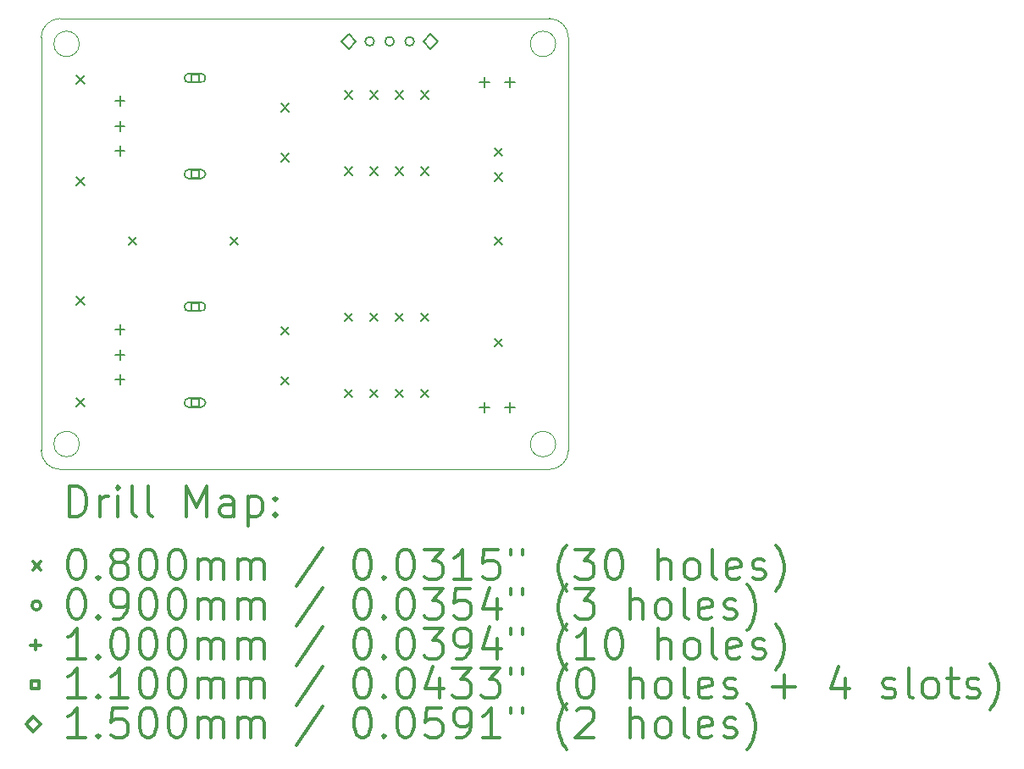
<source format=gbr>
%FSLAX45Y45*%
G04 Gerber Fmt 4.5, Leading zero omitted, Abs format (unit mm)*
G04 Created by KiCad (PCBNEW 5.1.10-88a1d61d58~88~ubuntu20.04.1) date 2021-07-14 14:10:29*
%MOMM*%
%LPD*%
G01*
G04 APERTURE LIST*
%TA.AperFunction,Profile*%
%ADD10C,0.050000*%
%TD*%
%ADD11C,0.200000*%
%ADD12C,0.300000*%
G04 APERTURE END LIST*
D10*
X8890000Y-14287500D02*
G75*
G02*
X8699500Y-14097000I0J190500D01*
G01*
X9080500Y-14033500D02*
G75*
G03*
X9080500Y-14033500I-127000J0D01*
G01*
X13970000Y-14097000D02*
G75*
G02*
X13779500Y-14287500I-190500J0D01*
G01*
X13843000Y-14033500D02*
G75*
G03*
X13843000Y-14033500I-127000J0D01*
G01*
X13779500Y-9779000D02*
G75*
G02*
X13970000Y-9969500I0J-190500D01*
G01*
X13843000Y-10033000D02*
G75*
G03*
X13843000Y-10033000I-127000J0D01*
G01*
X8699500Y-9969500D02*
G75*
G02*
X8890000Y-9779000I190500J0D01*
G01*
X9080500Y-10033000D02*
G75*
G03*
X9080500Y-10033000I-127000J0D01*
G01*
X8699500Y-14097000D02*
X8699500Y-9969500D01*
X13779500Y-14287500D02*
X8890000Y-14287500D01*
X13970000Y-9969500D02*
X13970000Y-14097000D01*
X8890000Y-9779000D02*
X13779500Y-9779000D01*
D11*
X9053200Y-10348600D02*
X9133200Y-10428600D01*
X9133200Y-10348600D02*
X9053200Y-10428600D01*
X9053200Y-11364600D02*
X9133200Y-11444600D01*
X9133200Y-11364600D02*
X9053200Y-11444600D01*
X9053200Y-12558400D02*
X9133200Y-12638400D01*
X9133200Y-12558400D02*
X9053200Y-12638400D01*
X9053200Y-13574400D02*
X9133200Y-13654400D01*
X9133200Y-13574400D02*
X9053200Y-13654400D01*
X9573900Y-11961500D02*
X9653900Y-12041500D01*
X9653900Y-11961500D02*
X9573900Y-12041500D01*
X10589900Y-11961500D02*
X10669900Y-12041500D01*
X10669900Y-11961500D02*
X10589900Y-12041500D01*
X11097900Y-10628000D02*
X11177900Y-10708000D01*
X11177900Y-10628000D02*
X11097900Y-10708000D01*
X11097900Y-11128000D02*
X11177900Y-11208000D01*
X11177900Y-11128000D02*
X11097900Y-11208000D01*
X11097900Y-12858500D02*
X11177900Y-12938500D01*
X11177900Y-12858500D02*
X11097900Y-12938500D01*
X11097900Y-13358500D02*
X11177900Y-13438500D01*
X11177900Y-13358500D02*
X11097900Y-13438500D01*
X11732900Y-10501000D02*
X11812900Y-10581000D01*
X11812900Y-10501000D02*
X11732900Y-10581000D01*
X11732900Y-11263000D02*
X11812900Y-11343000D01*
X11812900Y-11263000D02*
X11732900Y-11343000D01*
X11732900Y-12723500D02*
X11812900Y-12803500D01*
X11812900Y-12723500D02*
X11732900Y-12803500D01*
X11732900Y-13485500D02*
X11812900Y-13565500D01*
X11812900Y-13485500D02*
X11732900Y-13565500D01*
X11986900Y-10501000D02*
X12066900Y-10581000D01*
X12066900Y-10501000D02*
X11986900Y-10581000D01*
X11986900Y-11263000D02*
X12066900Y-11343000D01*
X12066900Y-11263000D02*
X11986900Y-11343000D01*
X11986900Y-12723500D02*
X12066900Y-12803500D01*
X12066900Y-12723500D02*
X11986900Y-12803500D01*
X11986900Y-13485500D02*
X12066900Y-13565500D01*
X12066900Y-13485500D02*
X11986900Y-13565500D01*
X12240900Y-10501000D02*
X12320900Y-10581000D01*
X12320900Y-10501000D02*
X12240900Y-10581000D01*
X12240900Y-11263000D02*
X12320900Y-11343000D01*
X12320900Y-11263000D02*
X12240900Y-11343000D01*
X12240900Y-12723500D02*
X12320900Y-12803500D01*
X12320900Y-12723500D02*
X12240900Y-12803500D01*
X12240900Y-13485500D02*
X12320900Y-13565500D01*
X12320900Y-13485500D02*
X12240900Y-13565500D01*
X12494900Y-10501000D02*
X12574900Y-10581000D01*
X12574900Y-10501000D02*
X12494900Y-10581000D01*
X12494900Y-11263000D02*
X12574900Y-11343000D01*
X12574900Y-11263000D02*
X12494900Y-11343000D01*
X12494900Y-12723500D02*
X12574900Y-12803500D01*
X12574900Y-12723500D02*
X12494900Y-12803500D01*
X12494900Y-13485500D02*
X12574900Y-13565500D01*
X12574900Y-13485500D02*
X12494900Y-13565500D01*
X13231500Y-11072500D02*
X13311500Y-11152500D01*
X13311500Y-11072500D02*
X13231500Y-11152500D01*
X13231500Y-11322500D02*
X13311500Y-11402500D01*
X13311500Y-11322500D02*
X13231500Y-11402500D01*
X13231500Y-11961500D02*
X13311500Y-12041500D01*
X13311500Y-11961500D02*
X13231500Y-12041500D01*
X13231500Y-12977500D02*
X13311500Y-13057500D01*
X13311500Y-12977500D02*
X13231500Y-13057500D01*
X12027500Y-10007600D02*
G75*
G03*
X12027500Y-10007600I-45000J0D01*
G01*
X12227500Y-10007600D02*
G75*
G03*
X12227500Y-10007600I-45000J0D01*
G01*
X12427500Y-10007600D02*
G75*
G03*
X12427500Y-10007600I-45000J0D01*
G01*
X9486900Y-10554500D02*
X9486900Y-10654500D01*
X9436900Y-10604500D02*
X9536900Y-10604500D01*
X9486900Y-10804500D02*
X9486900Y-10904500D01*
X9436900Y-10854500D02*
X9536900Y-10854500D01*
X9486900Y-11054500D02*
X9486900Y-11154500D01*
X9436900Y-11104500D02*
X9536900Y-11104500D01*
X9486900Y-12840500D02*
X9486900Y-12940500D01*
X9436900Y-12890500D02*
X9536900Y-12890500D01*
X9486900Y-13090500D02*
X9486900Y-13190500D01*
X9436900Y-13140500D02*
X9536900Y-13140500D01*
X9486900Y-13340500D02*
X9486900Y-13440500D01*
X9436900Y-13390500D02*
X9536900Y-13390500D01*
X13131800Y-10364000D02*
X13131800Y-10464000D01*
X13081800Y-10414000D02*
X13181800Y-10414000D01*
X13131800Y-13615200D02*
X13131800Y-13715200D01*
X13081800Y-13665200D02*
X13181800Y-13665200D01*
X13385800Y-10364000D02*
X13385800Y-10464000D01*
X13335800Y-10414000D02*
X13435800Y-10414000D01*
X13385800Y-13615200D02*
X13385800Y-13715200D01*
X13335800Y-13665200D02*
X13435800Y-13665200D01*
X10275791Y-10413391D02*
X10275791Y-10335609D01*
X10198009Y-10335609D01*
X10198009Y-10413391D01*
X10275791Y-10413391D01*
X10176900Y-10419500D02*
X10296900Y-10419500D01*
X10176900Y-10329500D02*
X10296900Y-10329500D01*
X10296900Y-10419500D02*
G75*
G03*
X10296900Y-10329500I0J45000D01*
G01*
X10176900Y-10329500D02*
G75*
G03*
X10176900Y-10419500I0J-45000D01*
G01*
X10275791Y-11373391D02*
X10275791Y-11295609D01*
X10198009Y-11295609D01*
X10198009Y-11373391D01*
X10275791Y-11373391D01*
X10176900Y-11379500D02*
X10296900Y-11379500D01*
X10176900Y-11289500D02*
X10296900Y-11289500D01*
X10296900Y-11379500D02*
G75*
G03*
X10296900Y-11289500I0J45000D01*
G01*
X10176900Y-11289500D02*
G75*
G03*
X10176900Y-11379500I0J-45000D01*
G01*
X10275791Y-12699391D02*
X10275791Y-12621609D01*
X10198009Y-12621609D01*
X10198009Y-12699391D01*
X10275791Y-12699391D01*
X10176900Y-12705500D02*
X10296900Y-12705500D01*
X10176900Y-12615500D02*
X10296900Y-12615500D01*
X10296900Y-12705500D02*
G75*
G03*
X10296900Y-12615500I0J45000D01*
G01*
X10176900Y-12615500D02*
G75*
G03*
X10176900Y-12705500I0J-45000D01*
G01*
X10275791Y-13659391D02*
X10275791Y-13581609D01*
X10198009Y-13581609D01*
X10198009Y-13659391D01*
X10275791Y-13659391D01*
X10176900Y-13665500D02*
X10296900Y-13665500D01*
X10176900Y-13575500D02*
X10296900Y-13575500D01*
X10296900Y-13665500D02*
G75*
G03*
X10296900Y-13575500I0J45000D01*
G01*
X10176900Y-13575500D02*
G75*
G03*
X10176900Y-13665500I0J-45000D01*
G01*
X11772500Y-10082600D02*
X11847500Y-10007600D01*
X11772500Y-9932600D01*
X11697500Y-10007600D01*
X11772500Y-10082600D01*
X12592500Y-10082600D02*
X12667500Y-10007600D01*
X12592500Y-9932600D01*
X12517500Y-10007600D01*
X12592500Y-10082600D01*
D12*
X8983428Y-14755714D02*
X8983428Y-14455714D01*
X9054857Y-14455714D01*
X9097714Y-14470000D01*
X9126286Y-14498571D01*
X9140571Y-14527143D01*
X9154857Y-14584286D01*
X9154857Y-14627143D01*
X9140571Y-14684286D01*
X9126286Y-14712857D01*
X9097714Y-14741429D01*
X9054857Y-14755714D01*
X8983428Y-14755714D01*
X9283428Y-14755714D02*
X9283428Y-14555714D01*
X9283428Y-14612857D02*
X9297714Y-14584286D01*
X9312000Y-14570000D01*
X9340571Y-14555714D01*
X9369143Y-14555714D01*
X9469143Y-14755714D02*
X9469143Y-14555714D01*
X9469143Y-14455714D02*
X9454857Y-14470000D01*
X9469143Y-14484286D01*
X9483428Y-14470000D01*
X9469143Y-14455714D01*
X9469143Y-14484286D01*
X9654857Y-14755714D02*
X9626286Y-14741429D01*
X9612000Y-14712857D01*
X9612000Y-14455714D01*
X9812000Y-14755714D02*
X9783428Y-14741429D01*
X9769143Y-14712857D01*
X9769143Y-14455714D01*
X10154857Y-14755714D02*
X10154857Y-14455714D01*
X10254857Y-14670000D01*
X10354857Y-14455714D01*
X10354857Y-14755714D01*
X10626286Y-14755714D02*
X10626286Y-14598571D01*
X10612000Y-14570000D01*
X10583428Y-14555714D01*
X10526286Y-14555714D01*
X10497714Y-14570000D01*
X10626286Y-14741429D02*
X10597714Y-14755714D01*
X10526286Y-14755714D01*
X10497714Y-14741429D01*
X10483428Y-14712857D01*
X10483428Y-14684286D01*
X10497714Y-14655714D01*
X10526286Y-14641429D01*
X10597714Y-14641429D01*
X10626286Y-14627143D01*
X10769143Y-14555714D02*
X10769143Y-14855714D01*
X10769143Y-14570000D02*
X10797714Y-14555714D01*
X10854857Y-14555714D01*
X10883428Y-14570000D01*
X10897714Y-14584286D01*
X10912000Y-14612857D01*
X10912000Y-14698571D01*
X10897714Y-14727143D01*
X10883428Y-14741429D01*
X10854857Y-14755714D01*
X10797714Y-14755714D01*
X10769143Y-14741429D01*
X11040571Y-14727143D02*
X11054857Y-14741429D01*
X11040571Y-14755714D01*
X11026286Y-14741429D01*
X11040571Y-14727143D01*
X11040571Y-14755714D01*
X11040571Y-14570000D02*
X11054857Y-14584286D01*
X11040571Y-14598571D01*
X11026286Y-14584286D01*
X11040571Y-14570000D01*
X11040571Y-14598571D01*
X8617000Y-15210000D02*
X8697000Y-15290000D01*
X8697000Y-15210000D02*
X8617000Y-15290000D01*
X9040571Y-15085714D02*
X9069143Y-15085714D01*
X9097714Y-15100000D01*
X9112000Y-15114286D01*
X9126286Y-15142857D01*
X9140571Y-15200000D01*
X9140571Y-15271429D01*
X9126286Y-15328571D01*
X9112000Y-15357143D01*
X9097714Y-15371429D01*
X9069143Y-15385714D01*
X9040571Y-15385714D01*
X9012000Y-15371429D01*
X8997714Y-15357143D01*
X8983428Y-15328571D01*
X8969143Y-15271429D01*
X8969143Y-15200000D01*
X8983428Y-15142857D01*
X8997714Y-15114286D01*
X9012000Y-15100000D01*
X9040571Y-15085714D01*
X9269143Y-15357143D02*
X9283428Y-15371429D01*
X9269143Y-15385714D01*
X9254857Y-15371429D01*
X9269143Y-15357143D01*
X9269143Y-15385714D01*
X9454857Y-15214286D02*
X9426286Y-15200000D01*
X9412000Y-15185714D01*
X9397714Y-15157143D01*
X9397714Y-15142857D01*
X9412000Y-15114286D01*
X9426286Y-15100000D01*
X9454857Y-15085714D01*
X9512000Y-15085714D01*
X9540571Y-15100000D01*
X9554857Y-15114286D01*
X9569143Y-15142857D01*
X9569143Y-15157143D01*
X9554857Y-15185714D01*
X9540571Y-15200000D01*
X9512000Y-15214286D01*
X9454857Y-15214286D01*
X9426286Y-15228571D01*
X9412000Y-15242857D01*
X9397714Y-15271429D01*
X9397714Y-15328571D01*
X9412000Y-15357143D01*
X9426286Y-15371429D01*
X9454857Y-15385714D01*
X9512000Y-15385714D01*
X9540571Y-15371429D01*
X9554857Y-15357143D01*
X9569143Y-15328571D01*
X9569143Y-15271429D01*
X9554857Y-15242857D01*
X9540571Y-15228571D01*
X9512000Y-15214286D01*
X9754857Y-15085714D02*
X9783428Y-15085714D01*
X9812000Y-15100000D01*
X9826286Y-15114286D01*
X9840571Y-15142857D01*
X9854857Y-15200000D01*
X9854857Y-15271429D01*
X9840571Y-15328571D01*
X9826286Y-15357143D01*
X9812000Y-15371429D01*
X9783428Y-15385714D01*
X9754857Y-15385714D01*
X9726286Y-15371429D01*
X9712000Y-15357143D01*
X9697714Y-15328571D01*
X9683428Y-15271429D01*
X9683428Y-15200000D01*
X9697714Y-15142857D01*
X9712000Y-15114286D01*
X9726286Y-15100000D01*
X9754857Y-15085714D01*
X10040571Y-15085714D02*
X10069143Y-15085714D01*
X10097714Y-15100000D01*
X10112000Y-15114286D01*
X10126286Y-15142857D01*
X10140571Y-15200000D01*
X10140571Y-15271429D01*
X10126286Y-15328571D01*
X10112000Y-15357143D01*
X10097714Y-15371429D01*
X10069143Y-15385714D01*
X10040571Y-15385714D01*
X10012000Y-15371429D01*
X9997714Y-15357143D01*
X9983428Y-15328571D01*
X9969143Y-15271429D01*
X9969143Y-15200000D01*
X9983428Y-15142857D01*
X9997714Y-15114286D01*
X10012000Y-15100000D01*
X10040571Y-15085714D01*
X10269143Y-15385714D02*
X10269143Y-15185714D01*
X10269143Y-15214286D02*
X10283428Y-15200000D01*
X10312000Y-15185714D01*
X10354857Y-15185714D01*
X10383428Y-15200000D01*
X10397714Y-15228571D01*
X10397714Y-15385714D01*
X10397714Y-15228571D02*
X10412000Y-15200000D01*
X10440571Y-15185714D01*
X10483428Y-15185714D01*
X10512000Y-15200000D01*
X10526286Y-15228571D01*
X10526286Y-15385714D01*
X10669143Y-15385714D02*
X10669143Y-15185714D01*
X10669143Y-15214286D02*
X10683428Y-15200000D01*
X10712000Y-15185714D01*
X10754857Y-15185714D01*
X10783428Y-15200000D01*
X10797714Y-15228571D01*
X10797714Y-15385714D01*
X10797714Y-15228571D02*
X10812000Y-15200000D01*
X10840571Y-15185714D01*
X10883428Y-15185714D01*
X10912000Y-15200000D01*
X10926286Y-15228571D01*
X10926286Y-15385714D01*
X11512000Y-15071429D02*
X11254857Y-15457143D01*
X11897714Y-15085714D02*
X11926286Y-15085714D01*
X11954857Y-15100000D01*
X11969143Y-15114286D01*
X11983428Y-15142857D01*
X11997714Y-15200000D01*
X11997714Y-15271429D01*
X11983428Y-15328571D01*
X11969143Y-15357143D01*
X11954857Y-15371429D01*
X11926286Y-15385714D01*
X11897714Y-15385714D01*
X11869143Y-15371429D01*
X11854857Y-15357143D01*
X11840571Y-15328571D01*
X11826286Y-15271429D01*
X11826286Y-15200000D01*
X11840571Y-15142857D01*
X11854857Y-15114286D01*
X11869143Y-15100000D01*
X11897714Y-15085714D01*
X12126286Y-15357143D02*
X12140571Y-15371429D01*
X12126286Y-15385714D01*
X12112000Y-15371429D01*
X12126286Y-15357143D01*
X12126286Y-15385714D01*
X12326286Y-15085714D02*
X12354857Y-15085714D01*
X12383428Y-15100000D01*
X12397714Y-15114286D01*
X12412000Y-15142857D01*
X12426286Y-15200000D01*
X12426286Y-15271429D01*
X12412000Y-15328571D01*
X12397714Y-15357143D01*
X12383428Y-15371429D01*
X12354857Y-15385714D01*
X12326286Y-15385714D01*
X12297714Y-15371429D01*
X12283428Y-15357143D01*
X12269143Y-15328571D01*
X12254857Y-15271429D01*
X12254857Y-15200000D01*
X12269143Y-15142857D01*
X12283428Y-15114286D01*
X12297714Y-15100000D01*
X12326286Y-15085714D01*
X12526286Y-15085714D02*
X12712000Y-15085714D01*
X12612000Y-15200000D01*
X12654857Y-15200000D01*
X12683428Y-15214286D01*
X12697714Y-15228571D01*
X12712000Y-15257143D01*
X12712000Y-15328571D01*
X12697714Y-15357143D01*
X12683428Y-15371429D01*
X12654857Y-15385714D01*
X12569143Y-15385714D01*
X12540571Y-15371429D01*
X12526286Y-15357143D01*
X12997714Y-15385714D02*
X12826286Y-15385714D01*
X12912000Y-15385714D02*
X12912000Y-15085714D01*
X12883428Y-15128571D01*
X12854857Y-15157143D01*
X12826286Y-15171429D01*
X13269143Y-15085714D02*
X13126286Y-15085714D01*
X13112000Y-15228571D01*
X13126286Y-15214286D01*
X13154857Y-15200000D01*
X13226286Y-15200000D01*
X13254857Y-15214286D01*
X13269143Y-15228571D01*
X13283428Y-15257143D01*
X13283428Y-15328571D01*
X13269143Y-15357143D01*
X13254857Y-15371429D01*
X13226286Y-15385714D01*
X13154857Y-15385714D01*
X13126286Y-15371429D01*
X13112000Y-15357143D01*
X13397714Y-15085714D02*
X13397714Y-15142857D01*
X13512000Y-15085714D02*
X13512000Y-15142857D01*
X13954857Y-15500000D02*
X13940571Y-15485714D01*
X13912000Y-15442857D01*
X13897714Y-15414286D01*
X13883428Y-15371429D01*
X13869143Y-15300000D01*
X13869143Y-15242857D01*
X13883428Y-15171429D01*
X13897714Y-15128571D01*
X13912000Y-15100000D01*
X13940571Y-15057143D01*
X13954857Y-15042857D01*
X14040571Y-15085714D02*
X14226286Y-15085714D01*
X14126286Y-15200000D01*
X14169143Y-15200000D01*
X14197714Y-15214286D01*
X14212000Y-15228571D01*
X14226286Y-15257143D01*
X14226286Y-15328571D01*
X14212000Y-15357143D01*
X14197714Y-15371429D01*
X14169143Y-15385714D01*
X14083428Y-15385714D01*
X14054857Y-15371429D01*
X14040571Y-15357143D01*
X14412000Y-15085714D02*
X14440571Y-15085714D01*
X14469143Y-15100000D01*
X14483428Y-15114286D01*
X14497714Y-15142857D01*
X14512000Y-15200000D01*
X14512000Y-15271429D01*
X14497714Y-15328571D01*
X14483428Y-15357143D01*
X14469143Y-15371429D01*
X14440571Y-15385714D01*
X14412000Y-15385714D01*
X14383428Y-15371429D01*
X14369143Y-15357143D01*
X14354857Y-15328571D01*
X14340571Y-15271429D01*
X14340571Y-15200000D01*
X14354857Y-15142857D01*
X14369143Y-15114286D01*
X14383428Y-15100000D01*
X14412000Y-15085714D01*
X14869143Y-15385714D02*
X14869143Y-15085714D01*
X14997714Y-15385714D02*
X14997714Y-15228571D01*
X14983428Y-15200000D01*
X14954857Y-15185714D01*
X14912000Y-15185714D01*
X14883428Y-15200000D01*
X14869143Y-15214286D01*
X15183428Y-15385714D02*
X15154857Y-15371429D01*
X15140571Y-15357143D01*
X15126286Y-15328571D01*
X15126286Y-15242857D01*
X15140571Y-15214286D01*
X15154857Y-15200000D01*
X15183428Y-15185714D01*
X15226286Y-15185714D01*
X15254857Y-15200000D01*
X15269143Y-15214286D01*
X15283428Y-15242857D01*
X15283428Y-15328571D01*
X15269143Y-15357143D01*
X15254857Y-15371429D01*
X15226286Y-15385714D01*
X15183428Y-15385714D01*
X15454857Y-15385714D02*
X15426286Y-15371429D01*
X15412000Y-15342857D01*
X15412000Y-15085714D01*
X15683428Y-15371429D02*
X15654857Y-15385714D01*
X15597714Y-15385714D01*
X15569143Y-15371429D01*
X15554857Y-15342857D01*
X15554857Y-15228571D01*
X15569143Y-15200000D01*
X15597714Y-15185714D01*
X15654857Y-15185714D01*
X15683428Y-15200000D01*
X15697714Y-15228571D01*
X15697714Y-15257143D01*
X15554857Y-15285714D01*
X15812000Y-15371429D02*
X15840571Y-15385714D01*
X15897714Y-15385714D01*
X15926286Y-15371429D01*
X15940571Y-15342857D01*
X15940571Y-15328571D01*
X15926286Y-15300000D01*
X15897714Y-15285714D01*
X15854857Y-15285714D01*
X15826286Y-15271429D01*
X15812000Y-15242857D01*
X15812000Y-15228571D01*
X15826286Y-15200000D01*
X15854857Y-15185714D01*
X15897714Y-15185714D01*
X15926286Y-15200000D01*
X16040571Y-15500000D02*
X16054857Y-15485714D01*
X16083428Y-15442857D01*
X16097714Y-15414286D01*
X16112000Y-15371429D01*
X16126286Y-15300000D01*
X16126286Y-15242857D01*
X16112000Y-15171429D01*
X16097714Y-15128571D01*
X16083428Y-15100000D01*
X16054857Y-15057143D01*
X16040571Y-15042857D01*
X8697000Y-15646000D02*
G75*
G03*
X8697000Y-15646000I-45000J0D01*
G01*
X9040571Y-15481714D02*
X9069143Y-15481714D01*
X9097714Y-15496000D01*
X9112000Y-15510286D01*
X9126286Y-15538857D01*
X9140571Y-15596000D01*
X9140571Y-15667429D01*
X9126286Y-15724571D01*
X9112000Y-15753143D01*
X9097714Y-15767429D01*
X9069143Y-15781714D01*
X9040571Y-15781714D01*
X9012000Y-15767429D01*
X8997714Y-15753143D01*
X8983428Y-15724571D01*
X8969143Y-15667429D01*
X8969143Y-15596000D01*
X8983428Y-15538857D01*
X8997714Y-15510286D01*
X9012000Y-15496000D01*
X9040571Y-15481714D01*
X9269143Y-15753143D02*
X9283428Y-15767429D01*
X9269143Y-15781714D01*
X9254857Y-15767429D01*
X9269143Y-15753143D01*
X9269143Y-15781714D01*
X9426286Y-15781714D02*
X9483428Y-15781714D01*
X9512000Y-15767429D01*
X9526286Y-15753143D01*
X9554857Y-15710286D01*
X9569143Y-15653143D01*
X9569143Y-15538857D01*
X9554857Y-15510286D01*
X9540571Y-15496000D01*
X9512000Y-15481714D01*
X9454857Y-15481714D01*
X9426286Y-15496000D01*
X9412000Y-15510286D01*
X9397714Y-15538857D01*
X9397714Y-15610286D01*
X9412000Y-15638857D01*
X9426286Y-15653143D01*
X9454857Y-15667429D01*
X9512000Y-15667429D01*
X9540571Y-15653143D01*
X9554857Y-15638857D01*
X9569143Y-15610286D01*
X9754857Y-15481714D02*
X9783428Y-15481714D01*
X9812000Y-15496000D01*
X9826286Y-15510286D01*
X9840571Y-15538857D01*
X9854857Y-15596000D01*
X9854857Y-15667429D01*
X9840571Y-15724571D01*
X9826286Y-15753143D01*
X9812000Y-15767429D01*
X9783428Y-15781714D01*
X9754857Y-15781714D01*
X9726286Y-15767429D01*
X9712000Y-15753143D01*
X9697714Y-15724571D01*
X9683428Y-15667429D01*
X9683428Y-15596000D01*
X9697714Y-15538857D01*
X9712000Y-15510286D01*
X9726286Y-15496000D01*
X9754857Y-15481714D01*
X10040571Y-15481714D02*
X10069143Y-15481714D01*
X10097714Y-15496000D01*
X10112000Y-15510286D01*
X10126286Y-15538857D01*
X10140571Y-15596000D01*
X10140571Y-15667429D01*
X10126286Y-15724571D01*
X10112000Y-15753143D01*
X10097714Y-15767429D01*
X10069143Y-15781714D01*
X10040571Y-15781714D01*
X10012000Y-15767429D01*
X9997714Y-15753143D01*
X9983428Y-15724571D01*
X9969143Y-15667429D01*
X9969143Y-15596000D01*
X9983428Y-15538857D01*
X9997714Y-15510286D01*
X10012000Y-15496000D01*
X10040571Y-15481714D01*
X10269143Y-15781714D02*
X10269143Y-15581714D01*
X10269143Y-15610286D02*
X10283428Y-15596000D01*
X10312000Y-15581714D01*
X10354857Y-15581714D01*
X10383428Y-15596000D01*
X10397714Y-15624571D01*
X10397714Y-15781714D01*
X10397714Y-15624571D02*
X10412000Y-15596000D01*
X10440571Y-15581714D01*
X10483428Y-15581714D01*
X10512000Y-15596000D01*
X10526286Y-15624571D01*
X10526286Y-15781714D01*
X10669143Y-15781714D02*
X10669143Y-15581714D01*
X10669143Y-15610286D02*
X10683428Y-15596000D01*
X10712000Y-15581714D01*
X10754857Y-15581714D01*
X10783428Y-15596000D01*
X10797714Y-15624571D01*
X10797714Y-15781714D01*
X10797714Y-15624571D02*
X10812000Y-15596000D01*
X10840571Y-15581714D01*
X10883428Y-15581714D01*
X10912000Y-15596000D01*
X10926286Y-15624571D01*
X10926286Y-15781714D01*
X11512000Y-15467429D02*
X11254857Y-15853143D01*
X11897714Y-15481714D02*
X11926286Y-15481714D01*
X11954857Y-15496000D01*
X11969143Y-15510286D01*
X11983428Y-15538857D01*
X11997714Y-15596000D01*
X11997714Y-15667429D01*
X11983428Y-15724571D01*
X11969143Y-15753143D01*
X11954857Y-15767429D01*
X11926286Y-15781714D01*
X11897714Y-15781714D01*
X11869143Y-15767429D01*
X11854857Y-15753143D01*
X11840571Y-15724571D01*
X11826286Y-15667429D01*
X11826286Y-15596000D01*
X11840571Y-15538857D01*
X11854857Y-15510286D01*
X11869143Y-15496000D01*
X11897714Y-15481714D01*
X12126286Y-15753143D02*
X12140571Y-15767429D01*
X12126286Y-15781714D01*
X12112000Y-15767429D01*
X12126286Y-15753143D01*
X12126286Y-15781714D01*
X12326286Y-15481714D02*
X12354857Y-15481714D01*
X12383428Y-15496000D01*
X12397714Y-15510286D01*
X12412000Y-15538857D01*
X12426286Y-15596000D01*
X12426286Y-15667429D01*
X12412000Y-15724571D01*
X12397714Y-15753143D01*
X12383428Y-15767429D01*
X12354857Y-15781714D01*
X12326286Y-15781714D01*
X12297714Y-15767429D01*
X12283428Y-15753143D01*
X12269143Y-15724571D01*
X12254857Y-15667429D01*
X12254857Y-15596000D01*
X12269143Y-15538857D01*
X12283428Y-15510286D01*
X12297714Y-15496000D01*
X12326286Y-15481714D01*
X12526286Y-15481714D02*
X12712000Y-15481714D01*
X12612000Y-15596000D01*
X12654857Y-15596000D01*
X12683428Y-15610286D01*
X12697714Y-15624571D01*
X12712000Y-15653143D01*
X12712000Y-15724571D01*
X12697714Y-15753143D01*
X12683428Y-15767429D01*
X12654857Y-15781714D01*
X12569143Y-15781714D01*
X12540571Y-15767429D01*
X12526286Y-15753143D01*
X12983428Y-15481714D02*
X12840571Y-15481714D01*
X12826286Y-15624571D01*
X12840571Y-15610286D01*
X12869143Y-15596000D01*
X12940571Y-15596000D01*
X12969143Y-15610286D01*
X12983428Y-15624571D01*
X12997714Y-15653143D01*
X12997714Y-15724571D01*
X12983428Y-15753143D01*
X12969143Y-15767429D01*
X12940571Y-15781714D01*
X12869143Y-15781714D01*
X12840571Y-15767429D01*
X12826286Y-15753143D01*
X13254857Y-15581714D02*
X13254857Y-15781714D01*
X13183428Y-15467429D02*
X13112000Y-15681714D01*
X13297714Y-15681714D01*
X13397714Y-15481714D02*
X13397714Y-15538857D01*
X13512000Y-15481714D02*
X13512000Y-15538857D01*
X13954857Y-15896000D02*
X13940571Y-15881714D01*
X13912000Y-15838857D01*
X13897714Y-15810286D01*
X13883428Y-15767429D01*
X13869143Y-15696000D01*
X13869143Y-15638857D01*
X13883428Y-15567429D01*
X13897714Y-15524571D01*
X13912000Y-15496000D01*
X13940571Y-15453143D01*
X13954857Y-15438857D01*
X14040571Y-15481714D02*
X14226286Y-15481714D01*
X14126286Y-15596000D01*
X14169143Y-15596000D01*
X14197714Y-15610286D01*
X14212000Y-15624571D01*
X14226286Y-15653143D01*
X14226286Y-15724571D01*
X14212000Y-15753143D01*
X14197714Y-15767429D01*
X14169143Y-15781714D01*
X14083428Y-15781714D01*
X14054857Y-15767429D01*
X14040571Y-15753143D01*
X14583428Y-15781714D02*
X14583428Y-15481714D01*
X14712000Y-15781714D02*
X14712000Y-15624571D01*
X14697714Y-15596000D01*
X14669143Y-15581714D01*
X14626286Y-15581714D01*
X14597714Y-15596000D01*
X14583428Y-15610286D01*
X14897714Y-15781714D02*
X14869143Y-15767429D01*
X14854857Y-15753143D01*
X14840571Y-15724571D01*
X14840571Y-15638857D01*
X14854857Y-15610286D01*
X14869143Y-15596000D01*
X14897714Y-15581714D01*
X14940571Y-15581714D01*
X14969143Y-15596000D01*
X14983428Y-15610286D01*
X14997714Y-15638857D01*
X14997714Y-15724571D01*
X14983428Y-15753143D01*
X14969143Y-15767429D01*
X14940571Y-15781714D01*
X14897714Y-15781714D01*
X15169143Y-15781714D02*
X15140571Y-15767429D01*
X15126286Y-15738857D01*
X15126286Y-15481714D01*
X15397714Y-15767429D02*
X15369143Y-15781714D01*
X15312000Y-15781714D01*
X15283428Y-15767429D01*
X15269143Y-15738857D01*
X15269143Y-15624571D01*
X15283428Y-15596000D01*
X15312000Y-15581714D01*
X15369143Y-15581714D01*
X15397714Y-15596000D01*
X15412000Y-15624571D01*
X15412000Y-15653143D01*
X15269143Y-15681714D01*
X15526286Y-15767429D02*
X15554857Y-15781714D01*
X15612000Y-15781714D01*
X15640571Y-15767429D01*
X15654857Y-15738857D01*
X15654857Y-15724571D01*
X15640571Y-15696000D01*
X15612000Y-15681714D01*
X15569143Y-15681714D01*
X15540571Y-15667429D01*
X15526286Y-15638857D01*
X15526286Y-15624571D01*
X15540571Y-15596000D01*
X15569143Y-15581714D01*
X15612000Y-15581714D01*
X15640571Y-15596000D01*
X15754857Y-15896000D02*
X15769143Y-15881714D01*
X15797714Y-15838857D01*
X15812000Y-15810286D01*
X15826286Y-15767429D01*
X15840571Y-15696000D01*
X15840571Y-15638857D01*
X15826286Y-15567429D01*
X15812000Y-15524571D01*
X15797714Y-15496000D01*
X15769143Y-15453143D01*
X15754857Y-15438857D01*
X8647000Y-15992000D02*
X8647000Y-16092000D01*
X8597000Y-16042000D02*
X8697000Y-16042000D01*
X9140571Y-16177714D02*
X8969143Y-16177714D01*
X9054857Y-16177714D02*
X9054857Y-15877714D01*
X9026286Y-15920571D01*
X8997714Y-15949143D01*
X8969143Y-15963429D01*
X9269143Y-16149143D02*
X9283428Y-16163429D01*
X9269143Y-16177714D01*
X9254857Y-16163429D01*
X9269143Y-16149143D01*
X9269143Y-16177714D01*
X9469143Y-15877714D02*
X9497714Y-15877714D01*
X9526286Y-15892000D01*
X9540571Y-15906286D01*
X9554857Y-15934857D01*
X9569143Y-15992000D01*
X9569143Y-16063429D01*
X9554857Y-16120571D01*
X9540571Y-16149143D01*
X9526286Y-16163429D01*
X9497714Y-16177714D01*
X9469143Y-16177714D01*
X9440571Y-16163429D01*
X9426286Y-16149143D01*
X9412000Y-16120571D01*
X9397714Y-16063429D01*
X9397714Y-15992000D01*
X9412000Y-15934857D01*
X9426286Y-15906286D01*
X9440571Y-15892000D01*
X9469143Y-15877714D01*
X9754857Y-15877714D02*
X9783428Y-15877714D01*
X9812000Y-15892000D01*
X9826286Y-15906286D01*
X9840571Y-15934857D01*
X9854857Y-15992000D01*
X9854857Y-16063429D01*
X9840571Y-16120571D01*
X9826286Y-16149143D01*
X9812000Y-16163429D01*
X9783428Y-16177714D01*
X9754857Y-16177714D01*
X9726286Y-16163429D01*
X9712000Y-16149143D01*
X9697714Y-16120571D01*
X9683428Y-16063429D01*
X9683428Y-15992000D01*
X9697714Y-15934857D01*
X9712000Y-15906286D01*
X9726286Y-15892000D01*
X9754857Y-15877714D01*
X10040571Y-15877714D02*
X10069143Y-15877714D01*
X10097714Y-15892000D01*
X10112000Y-15906286D01*
X10126286Y-15934857D01*
X10140571Y-15992000D01*
X10140571Y-16063429D01*
X10126286Y-16120571D01*
X10112000Y-16149143D01*
X10097714Y-16163429D01*
X10069143Y-16177714D01*
X10040571Y-16177714D01*
X10012000Y-16163429D01*
X9997714Y-16149143D01*
X9983428Y-16120571D01*
X9969143Y-16063429D01*
X9969143Y-15992000D01*
X9983428Y-15934857D01*
X9997714Y-15906286D01*
X10012000Y-15892000D01*
X10040571Y-15877714D01*
X10269143Y-16177714D02*
X10269143Y-15977714D01*
X10269143Y-16006286D02*
X10283428Y-15992000D01*
X10312000Y-15977714D01*
X10354857Y-15977714D01*
X10383428Y-15992000D01*
X10397714Y-16020571D01*
X10397714Y-16177714D01*
X10397714Y-16020571D02*
X10412000Y-15992000D01*
X10440571Y-15977714D01*
X10483428Y-15977714D01*
X10512000Y-15992000D01*
X10526286Y-16020571D01*
X10526286Y-16177714D01*
X10669143Y-16177714D02*
X10669143Y-15977714D01*
X10669143Y-16006286D02*
X10683428Y-15992000D01*
X10712000Y-15977714D01*
X10754857Y-15977714D01*
X10783428Y-15992000D01*
X10797714Y-16020571D01*
X10797714Y-16177714D01*
X10797714Y-16020571D02*
X10812000Y-15992000D01*
X10840571Y-15977714D01*
X10883428Y-15977714D01*
X10912000Y-15992000D01*
X10926286Y-16020571D01*
X10926286Y-16177714D01*
X11512000Y-15863429D02*
X11254857Y-16249143D01*
X11897714Y-15877714D02*
X11926286Y-15877714D01*
X11954857Y-15892000D01*
X11969143Y-15906286D01*
X11983428Y-15934857D01*
X11997714Y-15992000D01*
X11997714Y-16063429D01*
X11983428Y-16120571D01*
X11969143Y-16149143D01*
X11954857Y-16163429D01*
X11926286Y-16177714D01*
X11897714Y-16177714D01*
X11869143Y-16163429D01*
X11854857Y-16149143D01*
X11840571Y-16120571D01*
X11826286Y-16063429D01*
X11826286Y-15992000D01*
X11840571Y-15934857D01*
X11854857Y-15906286D01*
X11869143Y-15892000D01*
X11897714Y-15877714D01*
X12126286Y-16149143D02*
X12140571Y-16163429D01*
X12126286Y-16177714D01*
X12112000Y-16163429D01*
X12126286Y-16149143D01*
X12126286Y-16177714D01*
X12326286Y-15877714D02*
X12354857Y-15877714D01*
X12383428Y-15892000D01*
X12397714Y-15906286D01*
X12412000Y-15934857D01*
X12426286Y-15992000D01*
X12426286Y-16063429D01*
X12412000Y-16120571D01*
X12397714Y-16149143D01*
X12383428Y-16163429D01*
X12354857Y-16177714D01*
X12326286Y-16177714D01*
X12297714Y-16163429D01*
X12283428Y-16149143D01*
X12269143Y-16120571D01*
X12254857Y-16063429D01*
X12254857Y-15992000D01*
X12269143Y-15934857D01*
X12283428Y-15906286D01*
X12297714Y-15892000D01*
X12326286Y-15877714D01*
X12526286Y-15877714D02*
X12712000Y-15877714D01*
X12612000Y-15992000D01*
X12654857Y-15992000D01*
X12683428Y-16006286D01*
X12697714Y-16020571D01*
X12712000Y-16049143D01*
X12712000Y-16120571D01*
X12697714Y-16149143D01*
X12683428Y-16163429D01*
X12654857Y-16177714D01*
X12569143Y-16177714D01*
X12540571Y-16163429D01*
X12526286Y-16149143D01*
X12854857Y-16177714D02*
X12912000Y-16177714D01*
X12940571Y-16163429D01*
X12954857Y-16149143D01*
X12983428Y-16106286D01*
X12997714Y-16049143D01*
X12997714Y-15934857D01*
X12983428Y-15906286D01*
X12969143Y-15892000D01*
X12940571Y-15877714D01*
X12883428Y-15877714D01*
X12854857Y-15892000D01*
X12840571Y-15906286D01*
X12826286Y-15934857D01*
X12826286Y-16006286D01*
X12840571Y-16034857D01*
X12854857Y-16049143D01*
X12883428Y-16063429D01*
X12940571Y-16063429D01*
X12969143Y-16049143D01*
X12983428Y-16034857D01*
X12997714Y-16006286D01*
X13254857Y-15977714D02*
X13254857Y-16177714D01*
X13183428Y-15863429D02*
X13112000Y-16077714D01*
X13297714Y-16077714D01*
X13397714Y-15877714D02*
X13397714Y-15934857D01*
X13512000Y-15877714D02*
X13512000Y-15934857D01*
X13954857Y-16292000D02*
X13940571Y-16277714D01*
X13912000Y-16234857D01*
X13897714Y-16206286D01*
X13883428Y-16163429D01*
X13869143Y-16092000D01*
X13869143Y-16034857D01*
X13883428Y-15963429D01*
X13897714Y-15920571D01*
X13912000Y-15892000D01*
X13940571Y-15849143D01*
X13954857Y-15834857D01*
X14226286Y-16177714D02*
X14054857Y-16177714D01*
X14140571Y-16177714D02*
X14140571Y-15877714D01*
X14112000Y-15920571D01*
X14083428Y-15949143D01*
X14054857Y-15963429D01*
X14412000Y-15877714D02*
X14440571Y-15877714D01*
X14469143Y-15892000D01*
X14483428Y-15906286D01*
X14497714Y-15934857D01*
X14512000Y-15992000D01*
X14512000Y-16063429D01*
X14497714Y-16120571D01*
X14483428Y-16149143D01*
X14469143Y-16163429D01*
X14440571Y-16177714D01*
X14412000Y-16177714D01*
X14383428Y-16163429D01*
X14369143Y-16149143D01*
X14354857Y-16120571D01*
X14340571Y-16063429D01*
X14340571Y-15992000D01*
X14354857Y-15934857D01*
X14369143Y-15906286D01*
X14383428Y-15892000D01*
X14412000Y-15877714D01*
X14869143Y-16177714D02*
X14869143Y-15877714D01*
X14997714Y-16177714D02*
X14997714Y-16020571D01*
X14983428Y-15992000D01*
X14954857Y-15977714D01*
X14912000Y-15977714D01*
X14883428Y-15992000D01*
X14869143Y-16006286D01*
X15183428Y-16177714D02*
X15154857Y-16163429D01*
X15140571Y-16149143D01*
X15126286Y-16120571D01*
X15126286Y-16034857D01*
X15140571Y-16006286D01*
X15154857Y-15992000D01*
X15183428Y-15977714D01*
X15226286Y-15977714D01*
X15254857Y-15992000D01*
X15269143Y-16006286D01*
X15283428Y-16034857D01*
X15283428Y-16120571D01*
X15269143Y-16149143D01*
X15254857Y-16163429D01*
X15226286Y-16177714D01*
X15183428Y-16177714D01*
X15454857Y-16177714D02*
X15426286Y-16163429D01*
X15412000Y-16134857D01*
X15412000Y-15877714D01*
X15683428Y-16163429D02*
X15654857Y-16177714D01*
X15597714Y-16177714D01*
X15569143Y-16163429D01*
X15554857Y-16134857D01*
X15554857Y-16020571D01*
X15569143Y-15992000D01*
X15597714Y-15977714D01*
X15654857Y-15977714D01*
X15683428Y-15992000D01*
X15697714Y-16020571D01*
X15697714Y-16049143D01*
X15554857Y-16077714D01*
X15812000Y-16163429D02*
X15840571Y-16177714D01*
X15897714Y-16177714D01*
X15926286Y-16163429D01*
X15940571Y-16134857D01*
X15940571Y-16120571D01*
X15926286Y-16092000D01*
X15897714Y-16077714D01*
X15854857Y-16077714D01*
X15826286Y-16063429D01*
X15812000Y-16034857D01*
X15812000Y-16020571D01*
X15826286Y-15992000D01*
X15854857Y-15977714D01*
X15897714Y-15977714D01*
X15926286Y-15992000D01*
X16040571Y-16292000D02*
X16054857Y-16277714D01*
X16083428Y-16234857D01*
X16097714Y-16206286D01*
X16112000Y-16163429D01*
X16126286Y-16092000D01*
X16126286Y-16034857D01*
X16112000Y-15963429D01*
X16097714Y-15920571D01*
X16083428Y-15892000D01*
X16054857Y-15849143D01*
X16040571Y-15834857D01*
X8680891Y-16476891D02*
X8680891Y-16399109D01*
X8603109Y-16399109D01*
X8603109Y-16476891D01*
X8680891Y-16476891D01*
X9140571Y-16573714D02*
X8969143Y-16573714D01*
X9054857Y-16573714D02*
X9054857Y-16273714D01*
X9026286Y-16316571D01*
X8997714Y-16345143D01*
X8969143Y-16359429D01*
X9269143Y-16545143D02*
X9283428Y-16559429D01*
X9269143Y-16573714D01*
X9254857Y-16559429D01*
X9269143Y-16545143D01*
X9269143Y-16573714D01*
X9569143Y-16573714D02*
X9397714Y-16573714D01*
X9483428Y-16573714D02*
X9483428Y-16273714D01*
X9454857Y-16316571D01*
X9426286Y-16345143D01*
X9397714Y-16359429D01*
X9754857Y-16273714D02*
X9783428Y-16273714D01*
X9812000Y-16288000D01*
X9826286Y-16302286D01*
X9840571Y-16330857D01*
X9854857Y-16388000D01*
X9854857Y-16459429D01*
X9840571Y-16516571D01*
X9826286Y-16545143D01*
X9812000Y-16559429D01*
X9783428Y-16573714D01*
X9754857Y-16573714D01*
X9726286Y-16559429D01*
X9712000Y-16545143D01*
X9697714Y-16516571D01*
X9683428Y-16459429D01*
X9683428Y-16388000D01*
X9697714Y-16330857D01*
X9712000Y-16302286D01*
X9726286Y-16288000D01*
X9754857Y-16273714D01*
X10040571Y-16273714D02*
X10069143Y-16273714D01*
X10097714Y-16288000D01*
X10112000Y-16302286D01*
X10126286Y-16330857D01*
X10140571Y-16388000D01*
X10140571Y-16459429D01*
X10126286Y-16516571D01*
X10112000Y-16545143D01*
X10097714Y-16559429D01*
X10069143Y-16573714D01*
X10040571Y-16573714D01*
X10012000Y-16559429D01*
X9997714Y-16545143D01*
X9983428Y-16516571D01*
X9969143Y-16459429D01*
X9969143Y-16388000D01*
X9983428Y-16330857D01*
X9997714Y-16302286D01*
X10012000Y-16288000D01*
X10040571Y-16273714D01*
X10269143Y-16573714D02*
X10269143Y-16373714D01*
X10269143Y-16402286D02*
X10283428Y-16388000D01*
X10312000Y-16373714D01*
X10354857Y-16373714D01*
X10383428Y-16388000D01*
X10397714Y-16416571D01*
X10397714Y-16573714D01*
X10397714Y-16416571D02*
X10412000Y-16388000D01*
X10440571Y-16373714D01*
X10483428Y-16373714D01*
X10512000Y-16388000D01*
X10526286Y-16416571D01*
X10526286Y-16573714D01*
X10669143Y-16573714D02*
X10669143Y-16373714D01*
X10669143Y-16402286D02*
X10683428Y-16388000D01*
X10712000Y-16373714D01*
X10754857Y-16373714D01*
X10783428Y-16388000D01*
X10797714Y-16416571D01*
X10797714Y-16573714D01*
X10797714Y-16416571D02*
X10812000Y-16388000D01*
X10840571Y-16373714D01*
X10883428Y-16373714D01*
X10912000Y-16388000D01*
X10926286Y-16416571D01*
X10926286Y-16573714D01*
X11512000Y-16259429D02*
X11254857Y-16645143D01*
X11897714Y-16273714D02*
X11926286Y-16273714D01*
X11954857Y-16288000D01*
X11969143Y-16302286D01*
X11983428Y-16330857D01*
X11997714Y-16388000D01*
X11997714Y-16459429D01*
X11983428Y-16516571D01*
X11969143Y-16545143D01*
X11954857Y-16559429D01*
X11926286Y-16573714D01*
X11897714Y-16573714D01*
X11869143Y-16559429D01*
X11854857Y-16545143D01*
X11840571Y-16516571D01*
X11826286Y-16459429D01*
X11826286Y-16388000D01*
X11840571Y-16330857D01*
X11854857Y-16302286D01*
X11869143Y-16288000D01*
X11897714Y-16273714D01*
X12126286Y-16545143D02*
X12140571Y-16559429D01*
X12126286Y-16573714D01*
X12112000Y-16559429D01*
X12126286Y-16545143D01*
X12126286Y-16573714D01*
X12326286Y-16273714D02*
X12354857Y-16273714D01*
X12383428Y-16288000D01*
X12397714Y-16302286D01*
X12412000Y-16330857D01*
X12426286Y-16388000D01*
X12426286Y-16459429D01*
X12412000Y-16516571D01*
X12397714Y-16545143D01*
X12383428Y-16559429D01*
X12354857Y-16573714D01*
X12326286Y-16573714D01*
X12297714Y-16559429D01*
X12283428Y-16545143D01*
X12269143Y-16516571D01*
X12254857Y-16459429D01*
X12254857Y-16388000D01*
X12269143Y-16330857D01*
X12283428Y-16302286D01*
X12297714Y-16288000D01*
X12326286Y-16273714D01*
X12683428Y-16373714D02*
X12683428Y-16573714D01*
X12612000Y-16259429D02*
X12540571Y-16473714D01*
X12726286Y-16473714D01*
X12812000Y-16273714D02*
X12997714Y-16273714D01*
X12897714Y-16388000D01*
X12940571Y-16388000D01*
X12969143Y-16402286D01*
X12983428Y-16416571D01*
X12997714Y-16445143D01*
X12997714Y-16516571D01*
X12983428Y-16545143D01*
X12969143Y-16559429D01*
X12940571Y-16573714D01*
X12854857Y-16573714D01*
X12826286Y-16559429D01*
X12812000Y-16545143D01*
X13097714Y-16273714D02*
X13283428Y-16273714D01*
X13183428Y-16388000D01*
X13226286Y-16388000D01*
X13254857Y-16402286D01*
X13269143Y-16416571D01*
X13283428Y-16445143D01*
X13283428Y-16516571D01*
X13269143Y-16545143D01*
X13254857Y-16559429D01*
X13226286Y-16573714D01*
X13140571Y-16573714D01*
X13112000Y-16559429D01*
X13097714Y-16545143D01*
X13397714Y-16273714D02*
X13397714Y-16330857D01*
X13512000Y-16273714D02*
X13512000Y-16330857D01*
X13954857Y-16688000D02*
X13940571Y-16673714D01*
X13912000Y-16630857D01*
X13897714Y-16602286D01*
X13883428Y-16559429D01*
X13869143Y-16488000D01*
X13869143Y-16430857D01*
X13883428Y-16359429D01*
X13897714Y-16316571D01*
X13912000Y-16288000D01*
X13940571Y-16245143D01*
X13954857Y-16230857D01*
X14126286Y-16273714D02*
X14154857Y-16273714D01*
X14183428Y-16288000D01*
X14197714Y-16302286D01*
X14212000Y-16330857D01*
X14226286Y-16388000D01*
X14226286Y-16459429D01*
X14212000Y-16516571D01*
X14197714Y-16545143D01*
X14183428Y-16559429D01*
X14154857Y-16573714D01*
X14126286Y-16573714D01*
X14097714Y-16559429D01*
X14083428Y-16545143D01*
X14069143Y-16516571D01*
X14054857Y-16459429D01*
X14054857Y-16388000D01*
X14069143Y-16330857D01*
X14083428Y-16302286D01*
X14097714Y-16288000D01*
X14126286Y-16273714D01*
X14583428Y-16573714D02*
X14583428Y-16273714D01*
X14712000Y-16573714D02*
X14712000Y-16416571D01*
X14697714Y-16388000D01*
X14669143Y-16373714D01*
X14626286Y-16373714D01*
X14597714Y-16388000D01*
X14583428Y-16402286D01*
X14897714Y-16573714D02*
X14869143Y-16559429D01*
X14854857Y-16545143D01*
X14840571Y-16516571D01*
X14840571Y-16430857D01*
X14854857Y-16402286D01*
X14869143Y-16388000D01*
X14897714Y-16373714D01*
X14940571Y-16373714D01*
X14969143Y-16388000D01*
X14983428Y-16402286D01*
X14997714Y-16430857D01*
X14997714Y-16516571D01*
X14983428Y-16545143D01*
X14969143Y-16559429D01*
X14940571Y-16573714D01*
X14897714Y-16573714D01*
X15169143Y-16573714D02*
X15140571Y-16559429D01*
X15126286Y-16530857D01*
X15126286Y-16273714D01*
X15397714Y-16559429D02*
X15369143Y-16573714D01*
X15312000Y-16573714D01*
X15283428Y-16559429D01*
X15269143Y-16530857D01*
X15269143Y-16416571D01*
X15283428Y-16388000D01*
X15312000Y-16373714D01*
X15369143Y-16373714D01*
X15397714Y-16388000D01*
X15412000Y-16416571D01*
X15412000Y-16445143D01*
X15269143Y-16473714D01*
X15526286Y-16559429D02*
X15554857Y-16573714D01*
X15612000Y-16573714D01*
X15640571Y-16559429D01*
X15654857Y-16530857D01*
X15654857Y-16516571D01*
X15640571Y-16488000D01*
X15612000Y-16473714D01*
X15569143Y-16473714D01*
X15540571Y-16459429D01*
X15526286Y-16430857D01*
X15526286Y-16416571D01*
X15540571Y-16388000D01*
X15569143Y-16373714D01*
X15612000Y-16373714D01*
X15640571Y-16388000D01*
X16012000Y-16459429D02*
X16240571Y-16459429D01*
X16126286Y-16573714D02*
X16126286Y-16345143D01*
X16740571Y-16373714D02*
X16740571Y-16573714D01*
X16669143Y-16259429D02*
X16597714Y-16473714D01*
X16783428Y-16473714D01*
X17112000Y-16559429D02*
X17140571Y-16573714D01*
X17197714Y-16573714D01*
X17226286Y-16559429D01*
X17240571Y-16530857D01*
X17240571Y-16516571D01*
X17226286Y-16488000D01*
X17197714Y-16473714D01*
X17154857Y-16473714D01*
X17126286Y-16459429D01*
X17112000Y-16430857D01*
X17112000Y-16416571D01*
X17126286Y-16388000D01*
X17154857Y-16373714D01*
X17197714Y-16373714D01*
X17226286Y-16388000D01*
X17412000Y-16573714D02*
X17383428Y-16559429D01*
X17369143Y-16530857D01*
X17369143Y-16273714D01*
X17569143Y-16573714D02*
X17540571Y-16559429D01*
X17526286Y-16545143D01*
X17512000Y-16516571D01*
X17512000Y-16430857D01*
X17526286Y-16402286D01*
X17540571Y-16388000D01*
X17569143Y-16373714D01*
X17612000Y-16373714D01*
X17640571Y-16388000D01*
X17654857Y-16402286D01*
X17669143Y-16430857D01*
X17669143Y-16516571D01*
X17654857Y-16545143D01*
X17640571Y-16559429D01*
X17612000Y-16573714D01*
X17569143Y-16573714D01*
X17754857Y-16373714D02*
X17869143Y-16373714D01*
X17797714Y-16273714D02*
X17797714Y-16530857D01*
X17812000Y-16559429D01*
X17840571Y-16573714D01*
X17869143Y-16573714D01*
X17954857Y-16559429D02*
X17983428Y-16573714D01*
X18040571Y-16573714D01*
X18069143Y-16559429D01*
X18083428Y-16530857D01*
X18083428Y-16516571D01*
X18069143Y-16488000D01*
X18040571Y-16473714D01*
X17997714Y-16473714D01*
X17969143Y-16459429D01*
X17954857Y-16430857D01*
X17954857Y-16416571D01*
X17969143Y-16388000D01*
X17997714Y-16373714D01*
X18040571Y-16373714D01*
X18069143Y-16388000D01*
X18183428Y-16688000D02*
X18197714Y-16673714D01*
X18226286Y-16630857D01*
X18240571Y-16602286D01*
X18254857Y-16559429D01*
X18269143Y-16488000D01*
X18269143Y-16430857D01*
X18254857Y-16359429D01*
X18240571Y-16316571D01*
X18226286Y-16288000D01*
X18197714Y-16245143D01*
X18183428Y-16230857D01*
X8622000Y-16909000D02*
X8697000Y-16834000D01*
X8622000Y-16759000D01*
X8547000Y-16834000D01*
X8622000Y-16909000D01*
X9140571Y-16969714D02*
X8969143Y-16969714D01*
X9054857Y-16969714D02*
X9054857Y-16669714D01*
X9026286Y-16712571D01*
X8997714Y-16741143D01*
X8969143Y-16755429D01*
X9269143Y-16941143D02*
X9283428Y-16955429D01*
X9269143Y-16969714D01*
X9254857Y-16955429D01*
X9269143Y-16941143D01*
X9269143Y-16969714D01*
X9554857Y-16669714D02*
X9412000Y-16669714D01*
X9397714Y-16812572D01*
X9412000Y-16798286D01*
X9440571Y-16784000D01*
X9512000Y-16784000D01*
X9540571Y-16798286D01*
X9554857Y-16812572D01*
X9569143Y-16841143D01*
X9569143Y-16912572D01*
X9554857Y-16941143D01*
X9540571Y-16955429D01*
X9512000Y-16969714D01*
X9440571Y-16969714D01*
X9412000Y-16955429D01*
X9397714Y-16941143D01*
X9754857Y-16669714D02*
X9783428Y-16669714D01*
X9812000Y-16684000D01*
X9826286Y-16698286D01*
X9840571Y-16726857D01*
X9854857Y-16784000D01*
X9854857Y-16855429D01*
X9840571Y-16912572D01*
X9826286Y-16941143D01*
X9812000Y-16955429D01*
X9783428Y-16969714D01*
X9754857Y-16969714D01*
X9726286Y-16955429D01*
X9712000Y-16941143D01*
X9697714Y-16912572D01*
X9683428Y-16855429D01*
X9683428Y-16784000D01*
X9697714Y-16726857D01*
X9712000Y-16698286D01*
X9726286Y-16684000D01*
X9754857Y-16669714D01*
X10040571Y-16669714D02*
X10069143Y-16669714D01*
X10097714Y-16684000D01*
X10112000Y-16698286D01*
X10126286Y-16726857D01*
X10140571Y-16784000D01*
X10140571Y-16855429D01*
X10126286Y-16912572D01*
X10112000Y-16941143D01*
X10097714Y-16955429D01*
X10069143Y-16969714D01*
X10040571Y-16969714D01*
X10012000Y-16955429D01*
X9997714Y-16941143D01*
X9983428Y-16912572D01*
X9969143Y-16855429D01*
X9969143Y-16784000D01*
X9983428Y-16726857D01*
X9997714Y-16698286D01*
X10012000Y-16684000D01*
X10040571Y-16669714D01*
X10269143Y-16969714D02*
X10269143Y-16769714D01*
X10269143Y-16798286D02*
X10283428Y-16784000D01*
X10312000Y-16769714D01*
X10354857Y-16769714D01*
X10383428Y-16784000D01*
X10397714Y-16812572D01*
X10397714Y-16969714D01*
X10397714Y-16812572D02*
X10412000Y-16784000D01*
X10440571Y-16769714D01*
X10483428Y-16769714D01*
X10512000Y-16784000D01*
X10526286Y-16812572D01*
X10526286Y-16969714D01*
X10669143Y-16969714D02*
X10669143Y-16769714D01*
X10669143Y-16798286D02*
X10683428Y-16784000D01*
X10712000Y-16769714D01*
X10754857Y-16769714D01*
X10783428Y-16784000D01*
X10797714Y-16812572D01*
X10797714Y-16969714D01*
X10797714Y-16812572D02*
X10812000Y-16784000D01*
X10840571Y-16769714D01*
X10883428Y-16769714D01*
X10912000Y-16784000D01*
X10926286Y-16812572D01*
X10926286Y-16969714D01*
X11512000Y-16655429D02*
X11254857Y-17041143D01*
X11897714Y-16669714D02*
X11926286Y-16669714D01*
X11954857Y-16684000D01*
X11969143Y-16698286D01*
X11983428Y-16726857D01*
X11997714Y-16784000D01*
X11997714Y-16855429D01*
X11983428Y-16912572D01*
X11969143Y-16941143D01*
X11954857Y-16955429D01*
X11926286Y-16969714D01*
X11897714Y-16969714D01*
X11869143Y-16955429D01*
X11854857Y-16941143D01*
X11840571Y-16912572D01*
X11826286Y-16855429D01*
X11826286Y-16784000D01*
X11840571Y-16726857D01*
X11854857Y-16698286D01*
X11869143Y-16684000D01*
X11897714Y-16669714D01*
X12126286Y-16941143D02*
X12140571Y-16955429D01*
X12126286Y-16969714D01*
X12112000Y-16955429D01*
X12126286Y-16941143D01*
X12126286Y-16969714D01*
X12326286Y-16669714D02*
X12354857Y-16669714D01*
X12383428Y-16684000D01*
X12397714Y-16698286D01*
X12412000Y-16726857D01*
X12426286Y-16784000D01*
X12426286Y-16855429D01*
X12412000Y-16912572D01*
X12397714Y-16941143D01*
X12383428Y-16955429D01*
X12354857Y-16969714D01*
X12326286Y-16969714D01*
X12297714Y-16955429D01*
X12283428Y-16941143D01*
X12269143Y-16912572D01*
X12254857Y-16855429D01*
X12254857Y-16784000D01*
X12269143Y-16726857D01*
X12283428Y-16698286D01*
X12297714Y-16684000D01*
X12326286Y-16669714D01*
X12697714Y-16669714D02*
X12554857Y-16669714D01*
X12540571Y-16812572D01*
X12554857Y-16798286D01*
X12583428Y-16784000D01*
X12654857Y-16784000D01*
X12683428Y-16798286D01*
X12697714Y-16812572D01*
X12712000Y-16841143D01*
X12712000Y-16912572D01*
X12697714Y-16941143D01*
X12683428Y-16955429D01*
X12654857Y-16969714D01*
X12583428Y-16969714D01*
X12554857Y-16955429D01*
X12540571Y-16941143D01*
X12854857Y-16969714D02*
X12912000Y-16969714D01*
X12940571Y-16955429D01*
X12954857Y-16941143D01*
X12983428Y-16898286D01*
X12997714Y-16841143D01*
X12997714Y-16726857D01*
X12983428Y-16698286D01*
X12969143Y-16684000D01*
X12940571Y-16669714D01*
X12883428Y-16669714D01*
X12854857Y-16684000D01*
X12840571Y-16698286D01*
X12826286Y-16726857D01*
X12826286Y-16798286D01*
X12840571Y-16826857D01*
X12854857Y-16841143D01*
X12883428Y-16855429D01*
X12940571Y-16855429D01*
X12969143Y-16841143D01*
X12983428Y-16826857D01*
X12997714Y-16798286D01*
X13283428Y-16969714D02*
X13112000Y-16969714D01*
X13197714Y-16969714D02*
X13197714Y-16669714D01*
X13169143Y-16712571D01*
X13140571Y-16741143D01*
X13112000Y-16755429D01*
X13397714Y-16669714D02*
X13397714Y-16726857D01*
X13512000Y-16669714D02*
X13512000Y-16726857D01*
X13954857Y-17084000D02*
X13940571Y-17069714D01*
X13912000Y-17026857D01*
X13897714Y-16998286D01*
X13883428Y-16955429D01*
X13869143Y-16884000D01*
X13869143Y-16826857D01*
X13883428Y-16755429D01*
X13897714Y-16712571D01*
X13912000Y-16684000D01*
X13940571Y-16641143D01*
X13954857Y-16626857D01*
X14054857Y-16698286D02*
X14069143Y-16684000D01*
X14097714Y-16669714D01*
X14169143Y-16669714D01*
X14197714Y-16684000D01*
X14212000Y-16698286D01*
X14226286Y-16726857D01*
X14226286Y-16755429D01*
X14212000Y-16798286D01*
X14040571Y-16969714D01*
X14226286Y-16969714D01*
X14583428Y-16969714D02*
X14583428Y-16669714D01*
X14712000Y-16969714D02*
X14712000Y-16812572D01*
X14697714Y-16784000D01*
X14669143Y-16769714D01*
X14626286Y-16769714D01*
X14597714Y-16784000D01*
X14583428Y-16798286D01*
X14897714Y-16969714D02*
X14869143Y-16955429D01*
X14854857Y-16941143D01*
X14840571Y-16912572D01*
X14840571Y-16826857D01*
X14854857Y-16798286D01*
X14869143Y-16784000D01*
X14897714Y-16769714D01*
X14940571Y-16769714D01*
X14969143Y-16784000D01*
X14983428Y-16798286D01*
X14997714Y-16826857D01*
X14997714Y-16912572D01*
X14983428Y-16941143D01*
X14969143Y-16955429D01*
X14940571Y-16969714D01*
X14897714Y-16969714D01*
X15169143Y-16969714D02*
X15140571Y-16955429D01*
X15126286Y-16926857D01*
X15126286Y-16669714D01*
X15397714Y-16955429D02*
X15369143Y-16969714D01*
X15312000Y-16969714D01*
X15283428Y-16955429D01*
X15269143Y-16926857D01*
X15269143Y-16812572D01*
X15283428Y-16784000D01*
X15312000Y-16769714D01*
X15369143Y-16769714D01*
X15397714Y-16784000D01*
X15412000Y-16812572D01*
X15412000Y-16841143D01*
X15269143Y-16869714D01*
X15526286Y-16955429D02*
X15554857Y-16969714D01*
X15612000Y-16969714D01*
X15640571Y-16955429D01*
X15654857Y-16926857D01*
X15654857Y-16912572D01*
X15640571Y-16884000D01*
X15612000Y-16869714D01*
X15569143Y-16869714D01*
X15540571Y-16855429D01*
X15526286Y-16826857D01*
X15526286Y-16812572D01*
X15540571Y-16784000D01*
X15569143Y-16769714D01*
X15612000Y-16769714D01*
X15640571Y-16784000D01*
X15754857Y-17084000D02*
X15769143Y-17069714D01*
X15797714Y-17026857D01*
X15812000Y-16998286D01*
X15826286Y-16955429D01*
X15840571Y-16884000D01*
X15840571Y-16826857D01*
X15826286Y-16755429D01*
X15812000Y-16712571D01*
X15797714Y-16684000D01*
X15769143Y-16641143D01*
X15754857Y-16626857D01*
M02*

</source>
